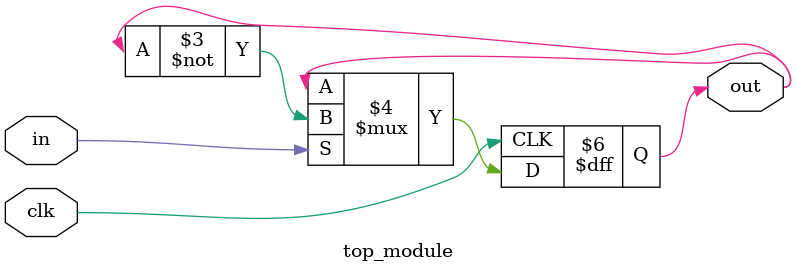
<source format=sv>
module top_module (
    input clk,
    input in,
    output reg out
);
    always @(posedge clk) begin
        if (in == 1'b1)
            out <= ~out;
    end
endmodule

</source>
